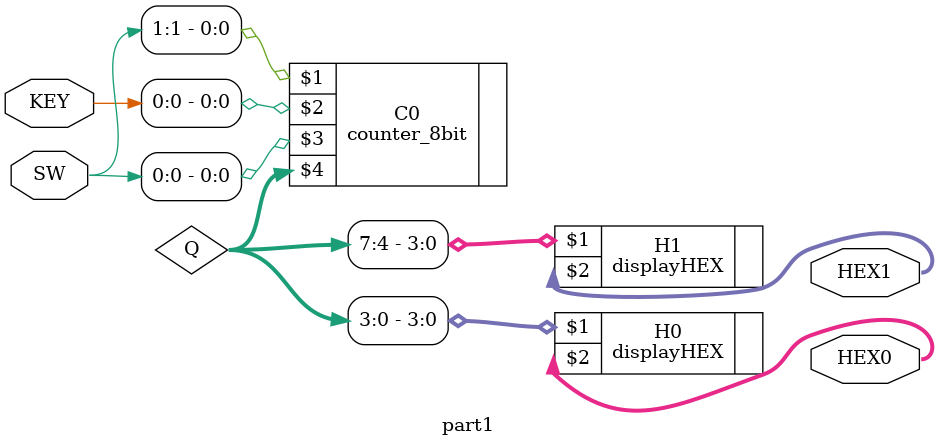
<source format=v>
module part1 (SW, KEY, HEX0, HEX1);
  input [1:0] SW, KEY;
  output [6:0] HEX0, HEX1;

  wire [7:0] Q;

  counter_8bit C0 (SW[1], KEY[0], SW[0], Q);


  displayHEX H0 (Q[3:0], HEX0);
  displayHEX H1 (Q[7:4], HEX1);
endmodule
</source>
